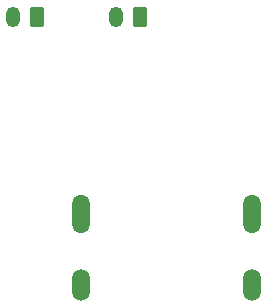
<source format=gbr>
%TF.GenerationSoftware,KiCad,Pcbnew,(6.0.6)*%
%TF.CreationDate,2022-06-22T16:08:49-06:00*%
%TF.ProjectId,21Pin_Fanout_Diodes_&_Heater,32315069-6e5f-4466-916e-6f75745f4469,rev?*%
%TF.SameCoordinates,Original*%
%TF.FileFunction,Soldermask,Bot*%
%TF.FilePolarity,Negative*%
%FSLAX46Y46*%
G04 Gerber Fmt 4.6, Leading zero omitted, Abs format (unit mm)*
G04 Created by KiCad (PCBNEW (6.0.6)) date 2022-06-22 16:08:49*
%MOMM*%
%LPD*%
G01*
G04 APERTURE LIST*
G04 Aperture macros list*
%AMRoundRect*
0 Rectangle with rounded corners*
0 $1 Rounding radius*
0 $2 $3 $4 $5 $6 $7 $8 $9 X,Y pos of 4 corners*
0 Add a 4 corners polygon primitive as box body*
4,1,4,$2,$3,$4,$5,$6,$7,$8,$9,$2,$3,0*
0 Add four circle primitives for the rounded corners*
1,1,$1+$1,$2,$3*
1,1,$1+$1,$4,$5*
1,1,$1+$1,$6,$7*
1,1,$1+$1,$8,$9*
0 Add four rect primitives between the rounded corners*
20,1,$1+$1,$2,$3,$4,$5,0*
20,1,$1+$1,$4,$5,$6,$7,0*
20,1,$1+$1,$6,$7,$8,$9,0*
20,1,$1+$1,$8,$9,$2,$3,0*%
G04 Aperture macros list end*
%ADD10RoundRect,0.250000X0.350000X0.625000X-0.350000X0.625000X-0.350000X-0.625000X0.350000X-0.625000X0*%
%ADD11O,1.200000X1.750000*%
%ADD12O,1.500000X2.700000*%
%ADD13O,1.500000X3.300000*%
G04 APERTURE END LIST*
D10*
%TO.C,J3*%
X-10950000Y19250000D03*
D11*
X-12950000Y19250000D03*
%TD*%
D10*
%TO.C,J2*%
X-2250000Y19250000D03*
D11*
X-4250000Y19250000D03*
%TD*%
D12*
%TO.C,J1*%
X7250000Y-3396000D03*
X-7250000Y-3396000D03*
D13*
X7250000Y2564000D03*
X-7250000Y2564000D03*
%TD*%
M02*

</source>
